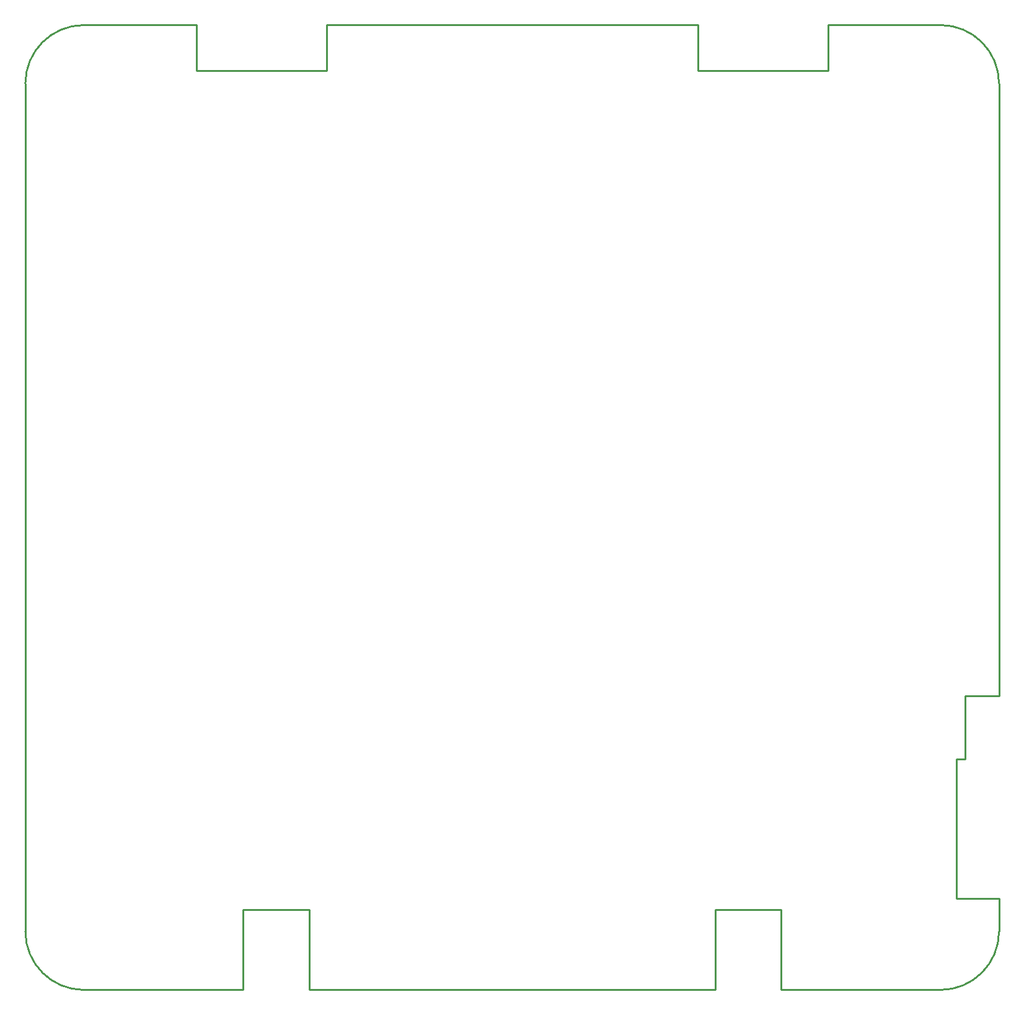
<source format=gm1>
G04*
G04 #@! TF.GenerationSoftware,Altium Limited,Altium Designer,22.9.1 (49)*
G04*
G04 Layer_Color=16711935*
%FSLAX25Y25*%
%MOIN*%
G70*
G04*
G04 #@! TF.SameCoordinates,BD774D37-2A64-432E-85FC-E47F3F74055D*
G04*
G04*
G04 #@! TF.FilePolarity,Positive*
G04*
G01*
G75*
%ADD93C,0.01000*%
D93*
X261811Y228020D02*
G03*
X230315Y259516I-31496J0D01*
G01*
X-230315D02*
G03*
X-261811Y228020I0J-31496D01*
G01*
Y-228004D02*
G03*
X-230315Y-259500I31496J0D01*
G01*
X230315D02*
G03*
X261811Y-228004I0J31496D01*
G01*
X243606Y-135441D02*
Y-101189D01*
X238882Y-135441D02*
X243606D01*
Y-101189D02*
X261811D01*
X238882Y-210500D02*
X261811D01*
X238882D02*
Y-135441D01*
X261811Y-228004D02*
Y-210500D01*
X261811Y-101189D02*
X261811Y228020D01*
X169843Y259516D02*
X230315D01*
X169843Y235016D02*
Y259516D01*
X99843Y235016D02*
X169843D01*
X99843D02*
Y259516D01*
X-99843D02*
X99843D01*
X-99843Y235016D02*
Y259516D01*
X-169843Y235016D02*
X-99843D01*
X-169843D02*
Y259516D01*
X-230315D02*
X-169843D01*
X-261811Y-228004D02*
Y228020D01*
X-230315Y-259500D02*
X-144685D01*
Y-216193D01*
X-109252D01*
Y-259500D02*
Y-216193D01*
Y-259500D02*
X109252D01*
Y-216193D01*
X144685D01*
Y-259500D02*
Y-216193D01*
Y-259500D02*
X230315D01*
M02*

</source>
